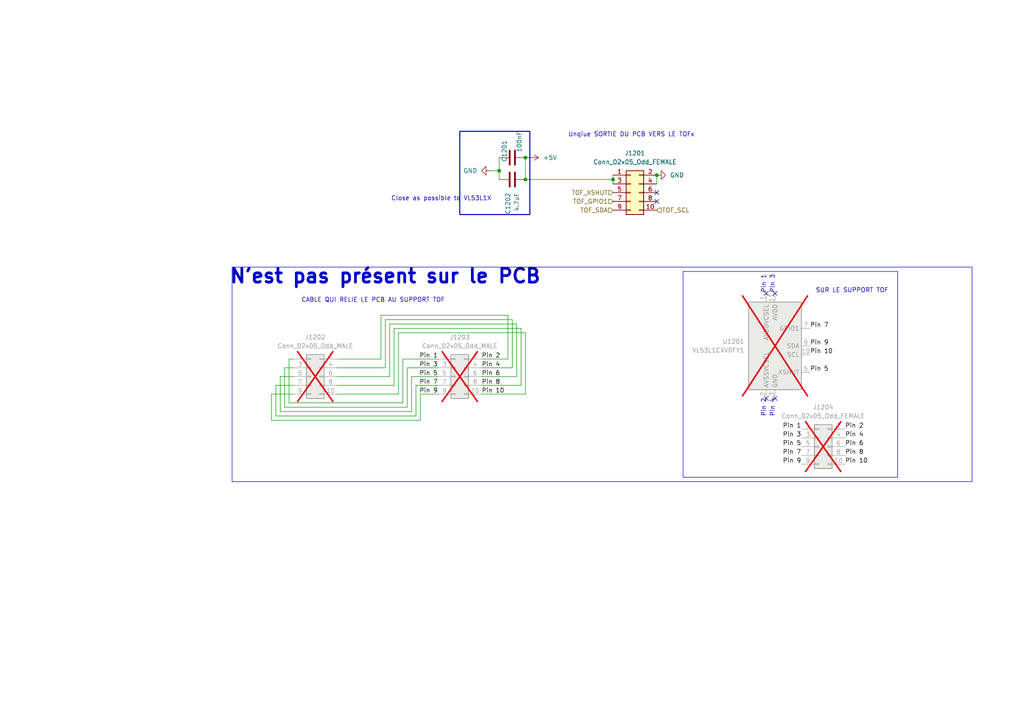
<source format=kicad_sch>
(kicad_sch (version 20231120) (generator "eeschema") (generator_version "8.0")
  (paper "A4")
  (lib_symbols
    (symbol "+5V_1" (power) (pin_numbers hide) (pin_names (offset 0) hide)
      (property "Value" "+5V" (at 0 3.556 0))
      (symbol "+5V_1_0_1"
        (polyline (pts (xy -0.762 1.27) (xy 0 2.54)))
        (polyline (pts (xy 0 0) (xy 0 2.54)))
        (polyline (pts (xy 0 2.54) (xy 0.762 1.27)))
      )
      (symbol "+5V_1_1_1"
        (pin power_in line (at 0 0 90) (length 0) (name "~") (number "1"))
      )
    )
    (symbol "Connector_Generic:Conn_02x05_Odd_Even" (pin_names (offset 1.016) hide)
      (property "Reference" "J" (at 1.27 7.62 0))
      (property "Value" "Conn_02x05_Odd_Even" (at 1.27 -7.62 0))
      (symbol "Conn_02x05_Odd_Even_1_1"
        (rectangle (start -1.27 -4.953) (end 0 -5.207) (stroke (width 0.1524)))
        (rectangle (start -1.27 -2.413) (end 0 -2.667) (stroke (width 0.1524)))
        (rectangle (start -1.27 0.127) (end 0 -0.127) (stroke (width 0.1524)))
        (rectangle (start -1.27 2.667) (end 0 2.413) (stroke (width 0.1524)))
        (rectangle (start -1.27 5.207) (end 0 4.953) (stroke (width 0.1524)))
        (rectangle (start -1.27 6.35) (end 3.81 -6.35) (stroke (width 0.254)) (fill (type background)))
        (rectangle (start 3.81 -4.953) (end 2.54 -5.207) (stroke (width 0.1524)))
        (rectangle (start 3.81 -2.413) (end 2.54 -2.667) (stroke (width 0.1524)))
        (rectangle (start 3.81 0.127) (end 2.54 -0.127) (stroke (width 0.1524)))
        (rectangle (start 3.81 2.667) (end 2.54 2.413) (stroke (width 0.1524)))
        (rectangle (start 3.81 5.207) (end 2.54 4.953) (stroke (width 0.1524)))
        (pin passive line (at -5.08 5.08 0) (length 3.81) (name "Pin_1") (number "1"))
        (pin passive line (at 7.62 -5.08 180) (length 3.81) (name "Pin_10") (number "10"))
        (pin passive line (at 7.62 5.08 180) (length 3.81) (name "Pin_2") (number "2"))
        (pin passive line (at -5.08 2.54 0) (length 3.81) (name "Pin_3") (number "3"))
        (pin passive line (at 7.62 2.54 180) (length 3.81) (name "Pin_4") (number "4"))
        (pin passive line (at -5.08 0 0) (length 3.81) (name "Pin_5") (number "5"))
        (pin passive line (at 7.62 0 180) (length 3.81) (name "Pin_6") (number "6"))
        (pin passive line (at -5.08 -2.54 0) (length 3.81) (name "Pin_7") (number "7"))
        (pin passive line (at 7.62 -2.54 180) (length 3.81) (name "Pin_8") (number "8"))
        (pin passive line (at -5.08 -5.08 0) (length 3.81) (name "Pin_9") (number "9"))
      )
    )
    (symbol "Device:C" (pin_numbers hide) (pin_names (offset 0.254))
      (property "Reference" "C" (at 0.635 2.54 0))
      (property "Value" "C" (at 0.635 -2.54 0))
      (symbol "C_0_1"
        (polyline (pts (xy -2.032 -0.762) (xy 2.032 -0.762)) (stroke (width 0.508)))
        (polyline (pts (xy -2.032 0.762) (xy 2.032 0.762)) (stroke (width 0.508)))
      )
      (symbol "C_1_1"
        (pin passive line (at 0 3.81 270) (length 2.794) (name "~") (number "1"))
        (pin passive line (at 0 -3.81 90) (length 2.794) (name "~") (number "2"))
      )
    )
    (symbol "Sensor_Distance:VL53L1CXV0FY1"
      (property "Reference" "U" (at -6.35 13.97 0))
      (property "Value" "VL53L1CXV0FY1" (at 12.065 13.97 0))
      (symbol "VL53L1CXV0FY1_0_1"
        (rectangle (start -7.62 12.7) (end 7.62 -12.7) (stroke (width 0.254)) (fill (type background)))
      )
      (symbol "VL53L1CXV0FY1_1_1"
        (pin power_in line (at 2.54 15.24 270) (length 2.54) (name "AVDDVCSEL") (number "1"))
        (pin input line (at -10.16 -2.54 0) (length 2.54) (name "SCL") (number "10"))
        (pin power_in line (at 0 15.24 270) (length 2.54) (name "AVDD") (number "11"))
        (pin passive line (at 0 -15.24 90) (length 2.54) hide (name "GND") (number "12"))
        (pin power_in line (at 2.54 -15.24 90) (length 2.54) (name "AVSSVCSEL") (number "2"))
        (pin power_in line (at 0 -15.24 90) (length 2.54) (name "GND") (number "3"))
        (pin passive line (at 0 -15.24 90) (length 2.54) hide (name "GND") (number "4"))
        (pin input line (at -10.16 -7.62 0) (length 2.54) (name "XSHUT") (number "5"))
        (pin passive line (at 0 -15.24 90) (length 2.54) hide (name "GND") (number "6"))
        (pin open_collector line (at -10.16 5.08 0) (length 2.54) (name "GPIO1") (number "7"))
        (pin no_connect line (at -7.62 7.62 0) (length 2.54) hide (name "DNC") (number "8"))
        (pin bidirectional line (at -10.16 0 0) (length 2.54) (name "SDA") (number "9"))
      )
    )
    (symbol "power:GND" (power) (pin_names (offset 0))
      (property "Value" "GND" (at 0 -3.81 0))
      (symbol "GND_0_1"
        (polyline (pts (xy 0 0) (xy 0 -1.27) (xy 1.27 -1.27) (xy 0 -2.54) (xy -1.27 -1.27) (xy 0 -1.27)))
      )
      (symbol "GND_1_1"
        (pin power_in line (at 0 0 270) (length 0) hide (name "GND") (number "1"))
      )
    )
  )
  (junction (at 190.5 50.8))
  (junction (at 152.4 45.72))
  (junction (at 177.8 52.07))
  (junction (at 152.4 52.07))
  (junction (at 144.78 49.53))
  (no_connect (at 222.25 85.09))
  (no_connect (at 190.5 55.88))
  (no_connect (at 224.79 115.57))
  (no_connect (at 190.5 58.42))
  (no_connect (at 224.79 85.09))
  (no_connect (at 222.25 115.57))
  (wire (pts (xy 78.74 121.92) (xy 78.74 114.3)))
  (wire (pts (xy 149.86 93.98) (xy 149.86 109.22)))
  (wire (pts (xy 114.3 95.25) (xy 151.13 95.25)))
  (wire (pts (xy 121.92 121.92) (xy 78.74 121.92)))
  (wire (pts (xy 152.4 114.3) (xy 139.7 114.3)))
  (wire (pts (xy 83.82 104.14) (xy 85.09 104.14)))
  (wire (pts (xy 153.67 45.72) (xy 152.4 45.72)))
  (wire (pts (xy 152.4 96.52) (xy 152.4 114.3)))
  (wire (pts (xy 139.7 104.14) (xy 147.32 104.14)))
  (wire (pts (xy 121.92 114.3) (xy 121.92 121.92)))
  (wire (pts (xy 142.24 49.53) (xy 144.78 49.53)))
  (wire (pts (xy 116.84 104.14) (xy 127 104.14)))
  (wire (pts (xy 78.74 114.3) (xy 85.09 114.3)))
  (wire (pts (xy 147.32 104.14) (xy 147.32 91.44)))
  (wire (pts (xy 82.55 106.68) (xy 85.09 106.68)))
  (wire (pts (xy 177.8 52.07) (xy 177.8 53.34)))
  (wire (pts (xy 152.4 45.72) (xy 152.4 52.07)))
  (wire (pts (xy 85.09 111.76) (xy 80.01 111.76)))
  (wire (pts (xy 115.57 114.3) (xy 115.57 96.52)))
  (wire (pts (xy 149.86 109.22) (xy 139.7 109.22)))
  (wire (pts (xy 114.3 111.76) (xy 114.3 95.25)))
  (wire (pts (xy 190.5 50.8) (xy 190.5 53.34)))
  (wire (pts (xy 144.78 45.72) (xy 144.78 49.53)))
  (wire (pts (xy 121.92 114.3) (xy 127 114.3)))
  (wire (pts (xy 82.55 106.68) (xy 82.55 118.11)))
  (wire (pts (xy 97.79 109.22) (xy 113.03 109.22)))
  (wire (pts (xy 152.4 52.07) (xy 177.8 52.07)))
  (wire (pts (xy 111.76 92.71) (xy 148.59 92.71)))
  (wire (pts (xy 81.28 119.38) (xy 81.28 109.22)))
  (wire (pts (xy 144.78 49.53) (xy 144.78 52.07)))
  (wire (pts (xy 120.65 111.76) (xy 127 111.76)))
  (wire (pts (xy 111.76 106.68) (xy 111.76 92.71)))
  (wire (pts (xy 116.84 104.14) (xy 116.84 116.84)))
  (wire (pts (xy 148.59 92.71) (xy 148.59 106.68)))
  (wire (pts (xy 151.13 111.76) (xy 139.7 111.76)))
  (wire (pts (xy 147.32 91.44) (xy 110.49 91.44)))
  (wire (pts (xy 119.38 109.22) (xy 127 109.22)))
  (wire (pts (xy 81.28 109.22) (xy 85.09 109.22)))
  (wire (pts (xy 118.11 118.11) (xy 118.11 106.68)))
  (wire (pts (xy 80.01 111.76) (xy 80.01 120.65)))
  (wire (pts (xy 110.49 91.44) (xy 110.49 104.14)))
  (wire (pts (xy 118.11 106.68) (xy 127 106.68)))
  (wire (pts (xy 116.84 116.84) (xy 83.82 116.84)))
  (wire (pts (xy 148.59 106.68) (xy 139.7 106.68)))
  (wire (pts (xy 119.38 109.22) (xy 119.38 119.38)))
  (wire (pts (xy 97.79 111.76) (xy 114.3 111.76)))
  (wire (pts (xy 113.03 109.22) (xy 113.03 93.98)))
  (wire (pts (xy 97.79 106.68) (xy 111.76 106.68)))
  (wire (pts (xy 97.79 114.3) (xy 115.57 114.3)))
  (wire (pts (xy 80.01 120.65) (xy 120.65 120.65)))
  (wire (pts (xy 120.65 120.65) (xy 120.65 111.76)))
  (wire (pts (xy 119.38 119.38) (xy 81.28 119.38)))
  (wire (pts (xy 97.79 104.14) (xy 110.49 104.14)))
  (wire (pts (xy 177.8 50.8) (xy 177.8 52.07)))
  (wire (pts (xy 113.03 93.98) (xy 149.86 93.98)))
  (wire (pts (xy 115.57 96.52) (xy 152.4 96.52)))
  (wire (pts (xy 151.13 95.25) (xy 151.13 111.76)))
  (wire (pts (xy 83.82 116.84) (xy 83.82 104.14)))
  (wire (pts (xy 82.55 118.11) (xy 118.11 118.11)))
  (rectangle (start 67.31 77.47) (end 281.94 139.7))
  (rectangle (start 133.35 38.1) (end 153.67 62.23) (stroke (width 0.3)))
  (rectangle (start 198.12 78.74) (end 260.35 138.43))
  (text "SUR LE SUPPORT TOF\n" (at 247.142 84.328 0) (effects (font (size 1.27 1.27))))
  (text "Pin 1" (at 222.25 85.09 90) (effects (font (size 1.27 1.27)) (justify left bottom)))
  (text "CABLE QUI RELIE LE PCB AU SUPPORT TOF\n" (at 108.204 87.122 0) (effects (font (size 1.27 1.27))))
  (text "Close as possible to VL53L1X" (at 128.016 57.658 0) (effects (font (size 1.27 1.27))))
  (text "Pin 2" (at 222.25 115.57 90) (effects (font (size 1.27 1.27)) (justify right bottom)))
  (text "Pin 4" (at 224.79 115.57 90) (effects (font (size 1.27 1.27)) (justify right bottom)))
  (text "Unqiue SORTIE DU PCB VERS LE TOFx\n" (at 183.134 39.116 0) (effects (font (size 1.27 1.27))))
  (text "Pin 3" (at 224.79 85.09 90) (effects (font (size 1.27 1.27)) (justify left bottom)))
  (text "N'est pas présent sur le PCB\n" (at 111.76 80.264 0) (effects (font (size 4 4) (thickness 0.8) (bold yes))))
  (label "Pin 3" (at 232.41 127 180))
  (label "Pin 2" (at 245.11 124.46 0))
  (label "Pin 3" (at 127 106.68 180))
  (label "Pin 4" (at 245.11 127 0))
  (label "Pin 8" (at 245.11 132.08 0))
  (label "Pin 8" (at 139.7 111.76 0))
  (label "Pin 1" (at 127 104.14 180))
  (label "Pin 7" (at 232.41 132.08 180))
  (label "Pin 1" (at 232.41 124.46 180))
  (label "Pin 9" (at 127 114.3 180))
  (label "Pin 10" (at 139.7 114.3 0))
  (label "Pin 10" (at 245.11 134.62 0))
  (label "Pin 4" (at 139.7 106.68 0))
  (label "Pin 7" (at 234.95 95.25 0))
  (label "Pin 6" (at 139.7 109.22 0))
  (label "Pin 5" (at 234.95 107.95 0))
  (label "Pin 6" (at 245.11 129.54 0))
  (label "Pin 5" (at 232.41 129.54 180))
  (label "Pin 5" (at 127 109.22 180))
  (label "Pin 2" (at 139.7 104.14 0))
  (label "Pin 7" (at 127 111.76 180))
  (label "Pin 9" (at 234.95 100.33 0))
  (label "Pin 9" (at 232.41 134.62 180))
  (label "Pin 10" (at 234.95 102.87 0))
  (hierarchical_label "TOF_SCL" (shape input) (at 190.5 60.96 0))
  (hierarchical_label "TOF_SDA" (shape input) (at 177.8 60.96 180))
  (hierarchical_label "TOF_GPIO1" (shape input) (at 177.8 58.42 180))
  (hierarchical_label "TOF_XSHUT" (shape input) (at 177.8 55.88 180))
  (symbol (lib_id "Sensor_Distance:VL53L1CXV0FY1") (at 224.79 100.33 0) (mirror y) (unit 1) (on_board no) (dnp yes)
    (property "Reference" "U1201" (at 215.9 99.0599 0) (effects (justify left)))
    (property "Value" "VL53L1CXV0FY1" (at 215.9 101.5999 0) (effects (justify left)))
    (property "Footprint" "Sensor_Distance:ST_VL53L1x" (effects (hide yes)))
    (property "Datasheet" "https://www.st.com/resource/en/datasheet/vl53l1x.pdf" (effects (hide yes)))
    (property "Description" "4m distance ranging ToF sensor, Optical LGA12" (effects (hide yes)))
    (instances (project "tom&Jerry_Draft" (path "" (reference "U1201") (unit 1)) (path "" (reference "U1101") (unit 1)) (path "" (reference "U901") (unit 1)) (path "" (reference "U801") (unit 1)) (path "" (reference "U701") (unit 1)) (path "" (reference "U1001") (unit 1))))
  )
  (symbol (lib_id "Connector_Generic:Conn_02x05_Odd_Even") (at 237.49 129.54 0) (unit 1) (on_board no) (dnp yes)
    (property "Reference" "J1204" (at 238.76 118.11 0))
    (property "Value" "Conn_02x05_Odd_FEMALE" (at 238.76 120.65 0))
    (property "Description" "Generic connector, double row, 02x05, odd/even pin numbering scheme (row 1 odd numbers, row 2 even numbers), script generated (kicad-library-utils/schlib/autogen/connector/)" (effects (hide yes)))
    (instances (project "tom&Jerry_Draft" (path "" (reference "J1204") (unit 1)) (path "" (reference "J1104") (unit 1)) (path "" (reference "J904") (unit 1)) (path "" (reference "J804") (unit 1)) (path "" (reference "J704") (unit 1)) (path "" (reference "J1004") (unit 1))))
  )
  (symbol (lib_id "power:GND") (at 190.5 50.8 90) (mirror x) (unit 1)
    (property "Reference" "#PWR01203" (effects (hide yes)))
    (property "Value" "GND" (at 194.31 50.7999 90) (effects (justify right)))
    (property "Description" "Power symbol creates a global label with name \"GND\" , ground" (effects (hide yes)))
    (instances (project "tom&Jerry_Draft" (path "" (reference "#PWR01203") (unit 1)) (path "" (reference "#PWR01103") (unit 1)) (path "" (reference "#PWR0903") (unit 1)) (path "" (reference "#PWR0803") (unit 1)) (path "" (reference "#PWR0703") (unit 1)) (path "" (reference "#PWR01003") (unit 1))))
  )
  (symbol (lib_id "Connector_Generic:Conn_02x05_Odd_Even") (at 182.88 55.88 0) (unit 1)
    (property "Reference" "J1201" (at 184.15 44.45 0))
    (property "Value" "Conn_02x05_Odd_FEMALE" (at 184.15 46.99 0))
    (property "Description" "Generic connector, double row, 02x05, odd/even pin numbering scheme (row 1 odd numbers, row 2 even numbers), script generated (kicad-library-utils/schlib/autogen/connector/)" (effects (hide yes)))
    (instances (project "tom&Jerry_Draft" (path "" (reference "J1201") (unit 1)) (path "" (reference "J1101") (unit 1)) (path "" (reference "J901") (unit 1)) (path "" (reference "J801") (unit 1)) (path "" (reference "J701") (unit 1)) (path "" (reference "J1001") (unit 1))))
  )
  (symbol (lib_id "Connector_Generic:Conn_02x05_Odd_Even") (at 132.08 109.22 0) (unit 1) (on_board no) (dnp yes)
    (property "Reference" "J1203" (at 133.35 97.79 0))
    (property "Value" "Conn_02x05_Odd_MALE" (at 133.35 100.33 0))
    (property "Description" "Generic connector, double row, 02x05, odd/even pin numbering scheme (row 1 odd numbers, row 2 even numbers), script generated (kicad-library-utils/schlib/autogen/connector/)" (effects (hide yes)))
    (instances (project "tom&Jerry_Draft" (path "" (reference "J1203") (unit 1)) (path "" (reference "J1103") (unit 1)) (path "" (reference "J903") (unit 1)) (path "" (reference "J803") (unit 1)) (path "" (reference "J703") (unit 1)) (path "" (reference "J1003") (unit 1))))
  )
  (symbol (lib_id "Device:C") (at 148.59 52.07 90) (mirror x) (unit 1)
    (property "Reference" "C1202" (at 147.3199 55.88 0) (effects (justify left)))
    (property "Value" "4.7uF" (at 149.8599 55.88 0) (effects (justify left)))
    (property "Description" "Unpolarized capacitor" (effects (hide yes)))
    (instances (project "tom&Jerry_Draft" (path "" (reference "C1202") (unit 1)) (path "" (reference "C1102") (unit 1)) (path "" (reference "C902") (unit 1)) (path "" (reference "C802") (unit 1)) (path "" (reference "C702") (unit 1)) (path "" (reference "C1002") (unit 1))))
  )
  (symbol (lib_id "power:GND") (at 142.24 49.53 270) (mirror x) (unit 1)
    (property "Reference" "#PWR01202" (effects (hide yes)))
    (property "Value" "GND" (at 138.43 49.5299 90) (effects (justify right)))
    (property "Description" "Power symbol creates a global label with name \"GND\" , ground" (effects (hide yes)))
    (instances (project "tom&Jerry_Draft" (path "" (reference "#PWR01202") (unit 1)) (path "" (reference "#PWR01102") (unit 1)) (path "" (reference "#PWR0902") (unit 1)) (path "" (reference "#PWR0802") (unit 1)) (path "" (reference "#PWR0702") (unit 1)) (path "" (reference "#PWR01002") (unit 1))))
  )
  (symbol (lib_name "+5V_1") (lib_id "power:+5V") (at 153.67 45.72 270) (mirror x) (unit 1)
    (property "Reference" "#PWR01201" (effects (hide yes)))
    (property "Value" "+5V" (at 157.48 45.7199 90) (effects (justify left)))
    (property "Description" "Power symbol creates a global label with name \"+5V\"" (effects (hide yes)))
    (instances (project "tom&Jerry_Draft" (path "" (reference "#PWR01201") (unit 1)) (path "" (reference "#PWR01101") (unit 1)) (path "" (reference "#PWR0901") (unit 1)) (path "" (reference "#PWR0801") (unit 1)) (path "" (reference "#PWR0701") (unit 1)) (path "" (reference "#PWR01001") (unit 1))))
  )
  (symbol (lib_id "Connector_Generic:Conn_02x05_Odd_Even") (at 90.17 109.22 0) (unit 1) (on_board no) (dnp yes)
    (property "Reference" "J1202" (at 91.44 97.79 0))
    (property "Value" "Conn_02x05_Odd_MALE" (at 91.44 100.33 0))
    (property "Description" "Generic connector, double row, 02x05, odd/even pin numbering scheme (row 1 odd numbers, row 2 even numbers), script generated (kicad-library-utils/schlib/autogen/connector/)" (effects (hide yes)))
    (instances (project "tom&Jerry_Draft" (path "" (reference "J1202") (unit 1)) (path "" (reference "J1102") (unit 1)) (path "" (reference "J902") (unit 1)) (path "" (reference "J802") (unit 1)) (path "" (reference "J702") (unit 1)) (path "" (reference "J1002") (unit 1))))
  )
  (symbol (lib_id "Device:C") (at 148.59 45.72 90) (mirror x) (unit 1)
    (property "Reference" "C1201" (at 146.304 40.64 0) (effects (justify left)))
    (property "Value" "100nF" (at 150.622 38.1 0) (effects (justify left)))
    (property "Description" "Unpolarized capacitor" (effects (hide yes)))
    (instances (project "tom&Jerry_Draft" (path "" (reference "C1201") (unit 1)) (path "" (reference "C1101") (unit 1)) (path "" (reference "C901") (unit 1)) (path "" (reference "C801") (unit 1)) (path "" (reference "C701") (unit 1)) (path "" (reference "C1001") (unit 1))))
  )
)
</source>
